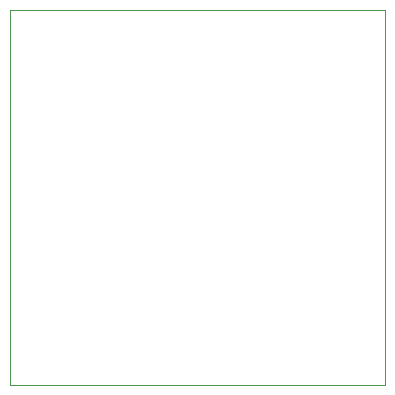
<source format=gm1>
G04 #@! TF.GenerationSoftware,KiCad,Pcbnew,7.0.7*
G04 #@! TF.CreationDate,2024-02-07T12:50:48-08:00*
G04 #@! TF.ProjectId,EthBreakoutBoard,45746842-7265-4616-9b6f-7574426f6172,rev?*
G04 #@! TF.SameCoordinates,Original*
G04 #@! TF.FileFunction,Profile,NP*
%FSLAX46Y46*%
G04 Gerber Fmt 4.6, Leading zero omitted, Abs format (unit mm)*
G04 Created by KiCad (PCBNEW 7.0.7) date 2024-02-07 12:50:48*
%MOMM*%
%LPD*%
G01*
G04 APERTURE LIST*
G04 #@! TA.AperFunction,Profile*
%ADD10C,0.100000*%
G04 #@! TD*
G04 APERTURE END LIST*
D10*
X25400000Y-25400000D02*
X57150000Y-25400000D01*
X57150000Y-57150000D01*
X25400000Y-57150000D01*
X25400000Y-25400000D01*
M02*

</source>
